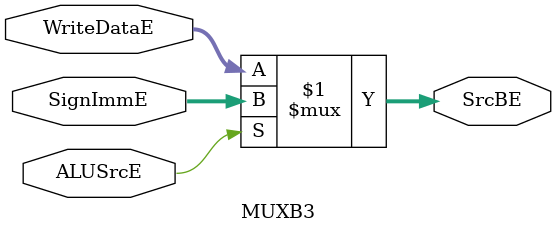
<source format=v>
`timescale 1ns / 1ps

module MUXB3 #(parameter WIDTH=32)
   (
    input [WIDTH-1:0]  WriteDataE,
    input [WIDTH-1:0]  SignImmE,
    input 	       ALUSrcE,
    output [WIDTH-1:0] SrcBE
    );

   assign SrcBE=(ALUSrcE)?SignImmE:WriteDataE;
   
endmodule // MUXB3

</source>
